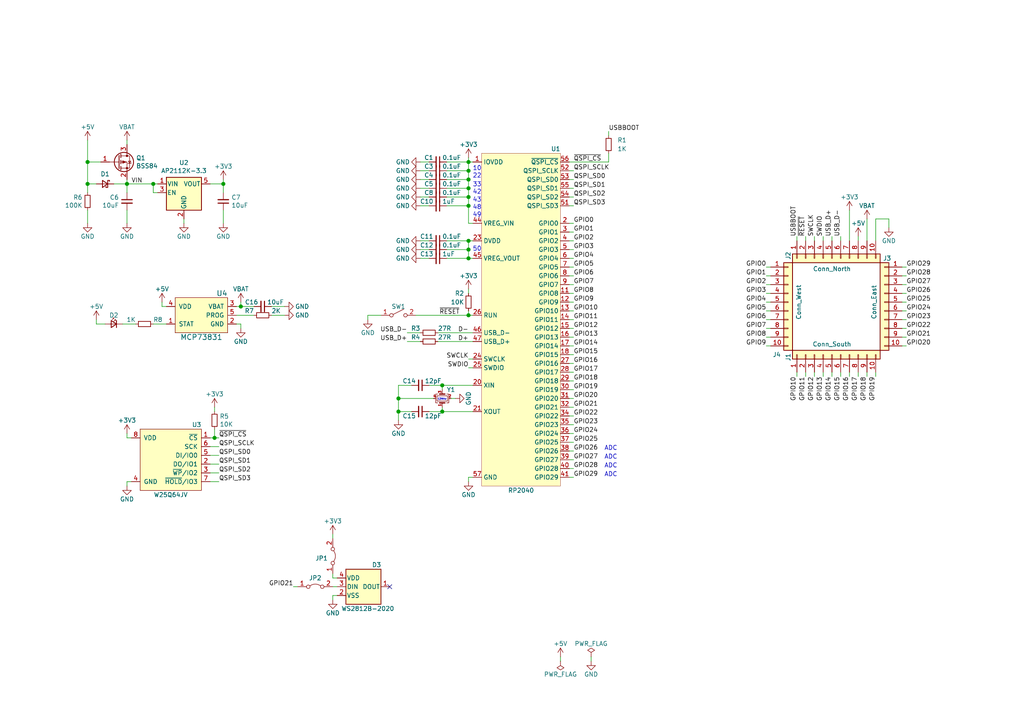
<source format=kicad_sch>
(kicad_sch (version 20230121) (generator eeschema)
  (paper "A4")
  (lib_symbols
    (symbol "Battery_Management_Extra:MCP73831" (pin_names (offset 1.016))
      (property "Reference" "U" (at 6.35 6.35 0))
      (property "Value" "MCP73831" (at 0 -6.35 0))
      (symbol "MCP73831_0_1"
        (rectangle (start -7.62 5.08) (end 7.62 -5.08) (fill (type background)))
      )
      (symbol "MCP73831_1_1"
        (pin output line (at -10.16 -2.54 0) (length 2.54) (name "STAT") (number "1"))
        (pin power_in line (at 10.16 -2.54 180) (length 2.54) (name "GND") (number "2"))
        (pin power_out line (at 10.16 2.54 180) (length 2.54) (name "VBAT") (number "3"))
        (pin power_in line (at -10.16 2.54 0) (length 2.54) (name "VDD") (number "4"))
        (pin input line (at 10.16 0 180) (length 2.54) (name "PROG") (number "5"))
      )
    )
    (symbol "Connector_Generic:Conn_01x10" (pin_names (offset 1.016) hide)
      (property "Reference" "J" (at 0 12.7 0))
      (property "Value" "Conn_01x10" (at 0 -15.24 0))
      (symbol "Conn_01x10_1_1"
        (rectangle (start -1.27 -12.573) (end 0 -12.827) (stroke (width 0.1524)))
        (rectangle (start -1.27 -10.033) (end 0 -10.287) (stroke (width 0.1524)))
        (rectangle (start -1.27 -7.493) (end 0 -7.747) (stroke (width 0.1524)))
        (rectangle (start -1.27 -4.953) (end 0 -5.207) (stroke (width 0.1524)))
        (rectangle (start -1.27 -2.413) (end 0 -2.667) (stroke (width 0.1524)))
        (rectangle (start -1.27 0.127) (end 0 -0.127) (stroke (width 0.1524)))
        (rectangle (start -1.27 2.667) (end 0 2.413) (stroke (width 0.1524)))
        (rectangle (start -1.27 5.207) (end 0 4.953) (stroke (width 0.1524)))
        (rectangle (start -1.27 7.747) (end 0 7.493) (stroke (width 0.1524)))
        (rectangle (start -1.27 10.287) (end 0 10.033) (stroke (width 0.1524)))
        (rectangle (start -1.27 11.43) (end 1.27 -13.97) (stroke (width 0.254)) (fill (type background)))
        (pin passive line (at -5.08 10.16 0) (length 3.81) (name "Pin_1") (number "1"))
        (pin passive line (at -5.08 -12.7 0) (length 3.81) (name "Pin_10") (number "10"))
        (pin passive line (at -5.08 7.62 0) (length 3.81) (name "Pin_2") (number "2"))
        (pin passive line (at -5.08 5.08 0) (length 3.81) (name "Pin_3") (number "3"))
        (pin passive line (at -5.08 2.54 0) (length 3.81) (name "Pin_4") (number "4"))
        (pin passive line (at -5.08 0 0) (length 3.81) (name "Pin_5") (number "5"))
        (pin passive line (at -5.08 -2.54 0) (length 3.81) (name "Pin_6") (number "6"))
        (pin passive line (at -5.08 -5.08 0) (length 3.81) (name "Pin_7") (number "7"))
        (pin passive line (at -5.08 -7.62 0) (length 3.81) (name "Pin_8") (number "8"))
        (pin passive line (at -5.08 -10.16 0) (length 3.81) (name "Pin_9") (number "9"))
      )
    )
    (symbol "Device:C_Small" (pin_numbers hide) (pin_names (offset 0.254) hide)
      (property "Reference" "C" (at 0.254 1.778 0))
      (property "Value" "C_Small" (at 0.254 -2.032 0))
      (symbol "C_Small_0_1"
        (polyline (pts (xy -1.524 -0.508) (xy 1.524 -0.508)) (stroke (width 0.3302)))
        (polyline (pts (xy -1.524 0.508) (xy 1.524 0.508)) (stroke (width 0.3048)))
      )
      (symbol "C_Small_1_1"
        (pin passive line (at 0 2.54 270) (length 2.032) (name "~") (number "1"))
        (pin passive line (at 0 -2.54 90) (length 2.032) (name "~") (number "2"))
      )
    )
    (symbol "Device:Crystal_GND24_Small" (pin_names (offset 1.016) hide)
      (property "Reference" "Y" (at 1.27 4.445 0))
      (property "Value" "Crystal_GND24_Small" (at 1.27 2.54 0))
      (symbol "Crystal_GND24_Small_0_1"
        (rectangle (start -0.762 -1.524) (end 0.762 1.524))
        (polyline (pts (xy -1.27 -0.762) (xy -1.27 0.762)) (stroke (width 0.381)))
        (polyline (pts (xy 1.27 -0.762) (xy 1.27 0.762)) (stroke (width 0.381)))
        (polyline (pts (xy -1.27 -1.27) (xy -1.27 -1.905) (xy 1.27 -1.905) (xy 1.27 -1.27)))
        (polyline (pts (xy -1.27 1.27) (xy -1.27 1.905) (xy 1.27 1.905) (xy 1.27 1.27)))
      )
      (symbol "Crystal_GND24_Small_1_1"
        (pin passive line (at -2.54 0 0) (length 1.27) (name "1") (number "1"))
        (pin passive line (at 0 -2.54 90) (length 0.635) (name "2") (number "2"))
        (pin passive line (at 2.54 0 180) (length 1.27) (name "3") (number "3"))
        (pin passive line (at 0 2.54 270) (length 0.635) (name "4") (number "4"))
      )
    )
    (symbol "Device:D_Schottky_Small" (pin_numbers hide) (pin_names (offset 0.254) hide)
      (property "Reference" "D" (at -1.27 2.032 0))
      (property "Value" "D_Schottky_Small" (at -7.112 -2.032 0))
      (symbol "D_Schottky_Small_0_1"
        (polyline (pts (xy -0.762 0) (xy 0.762 0)))
        (polyline (pts (xy 0.762 -1.016) (xy -0.762 0) (xy 0.762 1.016) (xy 0.762 -1.016)) (stroke (width 0.254)))
        (polyline (pts (xy -1.27 0.762) (xy -1.27 1.016) (xy -0.762 1.016) (xy -0.762 -1.016) (xy -0.254 -1.016) (xy -0.254 -0.762)) (stroke (width 0.254)))
      )
      (symbol "D_Schottky_Small_1_1"
        (pin passive line (at -2.54 0 0) (length 1.778) (name "K") (number "1"))
        (pin passive line (at 2.54 0 180) (length 1.778) (name "A") (number "2"))
      )
    )
    (symbol "Device:LED_Small" (pin_numbers hide) (pin_names (offset 0.254) hide)
      (property "Reference" "D" (at -1.27 3.175 0))
      (property "Value" "LED_Small" (at -4.445 -2.54 0))
      (symbol "LED_Small_0_1"
        (polyline (pts (xy -0.762 -1.016) (xy -0.762 1.016)) (stroke (width 0.254)))
        (polyline (pts (xy 1.016 0) (xy -0.762 0)))
        (polyline (pts (xy 0.762 -1.016) (xy -0.762 0) (xy 0.762 1.016) (xy 0.762 -1.016)) (stroke (width 0.254)))
        (polyline (pts (xy 0 0.762) (xy -0.508 1.27) (xy -0.254 1.27) (xy -0.508 1.27) (xy -0.508 1.016)))
        (polyline (pts (xy 0.508 1.27) (xy 0 1.778) (xy 0.254 1.778) (xy 0 1.778) (xy 0 1.524)))
      )
      (symbol "LED_Small_1_1"
        (pin passive line (at -2.54 0 0) (length 1.778) (name "K") (number "1"))
        (pin passive line (at 2.54 0 180) (length 1.778) (name "A") (number "2"))
      )
    )
    (symbol "Device:R_Small" (pin_numbers hide) (pin_names (offset 0.254) hide)
      (property "Reference" "R" (at 0.762 0.508 0))
      (property "Value" "R_Small" (at 0.762 -1.016 0))
      (symbol "R_Small_0_1"
        (rectangle (start -0.762 1.778) (end 0.762 -1.778) (stroke (width 0.2032)))
      )
      (symbol "R_Small_1_1"
        (pin passive line (at 0 2.54 270) (length 0.762) (name "~") (number "1"))
        (pin passive line (at 0 -2.54 90) (length 0.762) (name "~") (number "2"))
      )
    )
    (symbol "Jumper:Jumper_2_Bridged" (pin_names (offset 0) hide)
      (property "Reference" "JP" (at 0 1.905 0))
      (property "Value" "Jumper_2_Bridged" (at 0 -2.54 0))
      (symbol "Jumper_2_Bridged_0_0"
        (circle (center -2.032 0) (radius 0.508))
        (circle (center 2.032 0) (radius 0.508))
      )
      (symbol "Jumper_2_Bridged_0_1"
        (arc (start 1.524 0.254) (mid 0 0.762) (end -1.524 0.254))
      )
      (symbol "Jumper_2_Bridged_1_1"
        (pin passive line (at -5.08 0 0) (length 2.54) (name "A") (number "1"))
        (pin passive line (at 5.08 0 180) (length 2.54) (name "B") (number "2"))
      )
    )
    (symbol "LED_Extra:WS2812B-2020" (pin_names (offset 0.254))
      (property "Reference" "D" (at 5.08 5.715 0))
      (property "Value" "WS2812B-2020" (at 1.27 -5.715 0))
      (symbol "WS2812B-2020_0_1"
        (rectangle (start -5.08 5.08) (end 5.08 -5.08) (stroke (width 0.254)) (fill (type background)))
      )
      (symbol "WS2812B-2020_1_1"
        (pin output line (at 7.62 0 180) (length 2.54) (name "DOUT") (number "1"))
        (pin power_in line (at -7.62 -2.54 0) (length 2.54) (name "VSS") (number "2"))
        (pin input line (at -7.62 0 0) (length 2.54) (name "DIN") (number "3"))
        (pin power_in line (at -7.62 2.54 0) (length 2.54) (name "VDD") (number "4"))
      )
    )
    (symbol "MCU_RaspberryPi:RP2040"
      (property "Reference" "U" (at 11.43 1.27 0))
      (property "Value" "RP2040" (at 0 -97.79 0))
      (symbol "RP2040_0_0"
        (pin power_in line (at -13.97 -2.54 0) (length 2.54) (name "IOVDD") (number "1"))
        (pin passive line (at -13.97 -2.54 0) (length 2.54) hide (name "IOVDD") (number "10"))
        (pin bidirectional line (at 13.97 -40.64 180) (length 2.54) (name "GPIO8") (number "11"))
        (pin bidirectional line (at 13.97 -20.32 180) (length 2.54) (name "GPIO0") (number "2"))
        (pin bidirectional line (at 13.97 -22.86 180) (length 2.54) (name "GPIO1") (number "3"))
        (pin bidirectional line (at 13.97 -25.4 180) (length 2.54) (name "GPIO2") (number "4"))
        (pin bidirectional line (at 13.97 -27.94 180) (length 2.54) (name "GPIO3") (number "5"))
        (pin bidirectional line (at 13.97 -30.48 180) (length 2.54) (name "GPIO4") (number "6"))
        (pin bidirectional line (at 13.97 -33.02 180) (length 2.54) (name "GPIO5") (number "7"))
        (pin bidirectional line (at 13.97 -35.56 180) (length 2.54) (name "GPIO6") (number "8"))
        (pin bidirectional line (at 13.97 -38.1 180) (length 2.54) (name "GPIO7") (number "9"))
      )
      (symbol "RP2040_0_1"
        (rectangle (start -11.43 0) (end 11.43 -96.52) (stroke (width 0.001)) (fill (type background)))
      )
      (symbol "RP2040_1_1"
        (pin bidirectional line (at 13.97 -43.18 180) (length 2.54) (name "GPIO9") (number "12"))
        (pin bidirectional line (at 13.97 -45.72 180) (length 2.54) (name "GPIO10") (number "13"))
        (pin bidirectional line (at 13.97 -48.26 180) (length 2.54) (name "GPIO11") (number "14"))
        (pin bidirectional line (at 13.97 -50.8 180) (length 2.54) (name "GPIO12") (number "15"))
        (pin bidirectional line (at 13.97 -53.34 180) (length 2.54) (name "GPIO13") (number "16"))
        (pin bidirectional line (at 13.97 -55.88 180) (length 2.54) (name "GPIO14") (number "17"))
        (pin bidirectional line (at 13.97 -58.42 180) (length 2.54) (name "GPIO15") (number "18"))
        (pin passive line (at -13.97 -93.98 0) (length 2.54) hide (name "TESTEN") (number "19"))
        (pin input line (at -13.97 -67.31 0) (length 2.54) (name "XIN") (number "20"))
        (pin output line (at -13.97 -74.93 0) (length 2.54) (name "XOUT") (number "21"))
        (pin passive line (at -13.97 -2.54 0) (length 2.54) hide (name "IOVDD") (number "22"))
        (pin power_in line (at -13.97 -25.4 0) (length 2.54) (name "DVDD") (number "23"))
        (pin input line (at -13.97 -59.69 0) (length 2.54) (name "SWCLK") (number "24"))
        (pin bidirectional line (at -13.97 -62.23 0) (length 2.54) (name "SWDIO") (number "25"))
        (pin input line (at -13.97 -46.99 0) (length 2.54) (name "RUN") (number "26"))
        (pin bidirectional line (at 13.97 -60.96 180) (length 2.54) (name "GPIO16") (number "27"))
        (pin bidirectional line (at 13.97 -63.5 180) (length 2.54) (name "GPIO17") (number "28"))
        (pin bidirectional line (at 13.97 -66.04 180) (length 2.54) (name "GPIO18") (number "29"))
        (pin bidirectional line (at 13.97 -68.58 180) (length 2.54) (name "GPIO19") (number "30"))
        (pin bidirectional line (at 13.97 -71.12 180) (length 2.54) (name "GPIO20") (number "31"))
        (pin bidirectional line (at 13.97 -73.66 180) (length 2.54) (name "GPIO21") (number "32"))
        (pin passive line (at -13.97 -2.54 0) (length 2.54) hide (name "IOVDD") (number "33"))
        (pin bidirectional line (at 13.97 -76.2 180) (length 2.54) (name "GPIO22") (number "34"))
        (pin bidirectional line (at 13.97 -78.74 180) (length 2.54) (name "GPIO23") (number "35"))
        (pin bidirectional line (at 13.97 -81.28 180) (length 2.54) (name "GPIO24") (number "36"))
        (pin bidirectional line (at 13.97 -83.82 180) (length 2.54) (name "GPIO25") (number "37"))
        (pin bidirectional line (at 13.97 -86.36 180) (length 2.54) (name "GPIO26") (number "38"))
        (pin bidirectional line (at 13.97 -88.9 180) (length 2.54) (name "GPIO27") (number "39"))
        (pin bidirectional line (at 13.97 -91.44 180) (length 2.54) (name "GPIO28") (number "40"))
        (pin bidirectional line (at 13.97 -93.98 180) (length 2.54) (name "GPIO29") (number "41"))
        (pin passive line (at -13.97 -2.54 0) (length 2.54) hide (name "IOVDD") (number "42"))
        (pin passive line (at -13.97 -2.54 0) (length 2.54) hide (name "ADC_AVDD") (number "43"))
        (pin power_in line (at -13.97 -20.32 0) (length 2.54) (name "VREG_VIN") (number "44"))
        (pin power_out line (at -13.97 -30.48 0) (length 2.54) (name "VREG_VOUT") (number "45"))
        (pin bidirectional line (at -13.97 -52.07 0) (length 2.54) (name "USB_D-") (number "46"))
        (pin bidirectional line (at -13.97 -54.61 0) (length 2.54) (name "USB_D+") (number "47"))
        (pin passive line (at -13.97 -2.54 0) (length 2.54) hide (name "USB_VDD") (number "48"))
        (pin passive line (at -13.97 -2.54 0) (length 2.54) hide (name "IOVDD") (number "49"))
        (pin passive line (at -13.97 -25.4 0) (length 2.54) hide (name "DVDD") (number "50"))
        (pin bidirectional line (at 13.97 -15.24 180) (length 2.54) (name "QSPI_SD3") (number "51"))
        (pin output line (at 13.97 -5.08 180) (length 2.54) (name "QSPI_SCLK") (number "52"))
        (pin bidirectional line (at 13.97 -7.62 180) (length 2.54) (name "QSPI_SD0") (number "53"))
        (pin bidirectional line (at 13.97 -12.7 180) (length 2.54) (name "QSPI_SD2") (number "54"))
        (pin bidirectional line (at 13.97 -10.16 180) (length 2.54) (name "QSPI_SD1") (number "55"))
        (pin input line (at 13.97 -2.54 180) (length 2.54) (name "~{QSPI_CS}") (number "56"))
        (pin power_in line (at -13.97 -93.98 0) (length 2.54) (name "GND") (number "57"))
      )
    )
    (symbol "Memory_Flash_Extra:W25Q64JV" (pin_names (offset 1.016))
      (property "Reference" "U" (at 8.89 10.16 0))
      (property "Value" "W25Q64JV" (at 0 -10.16 0))
      (symbol "W25Q64JV_0_1"
        (rectangle (start -8.89 8.89) (end 8.89 -8.89) (fill (type background)))
      )
      (symbol "W25Q64JV_1_1"
        (pin input line (at 11.43 6.35 180) (length 2.54) (name "~{CS}") (number "1"))
        (pin bidirectional line (at 11.43 -1.27 180) (length 2.54) (name "DO/IO1") (number "2"))
        (pin bidirectional line (at 11.43 -3.81 180) (length 2.54) (name "~{WP}/IO2") (number "3"))
        (pin power_in line (at -11.43 -6.35 0) (length 2.54) (name "GND") (number "4"))
        (pin bidirectional line (at 11.43 1.27 180) (length 2.54) (name "DI/IO0") (number "5"))
        (pin input line (at 11.43 3.81 180) (length 2.54) (name "SCK") (number "6"))
        (pin bidirectional line (at 11.43 -6.35 180) (length 2.54) (name "~{HOLD}/IO3") (number "7"))
        (pin power_in line (at -11.43 6.35 0) (length 2.54) (name "VDD") (number "8"))
        (pin passive line (at -11.43 -6.35 0) (length 2.54) hide (name "GND") (number "9"))
      )
    )
    (symbol "Regulator_Linear:AP2112K-3.3" (pin_names (offset 0.254))
      (property "Reference" "U" (at -5.08 5.715 0))
      (property "Value" "AP2112K-3.3" (at 0 5.715 0))
      (symbol "AP2112K-3.3_0_1"
        (rectangle (start -5.08 4.445) (end 5.08 -5.08) (stroke (width 0.254)) (fill (type background)))
      )
      (symbol "AP2112K-3.3_1_1"
        (pin power_in line (at -7.62 2.54 0) (length 2.54) (name "VIN") (number "1"))
        (pin power_in line (at 0 -7.62 90) (length 2.54) (name "GND") (number "2"))
        (pin input line (at -7.62 0 0) (length 2.54) (name "EN") (number "3"))
        (pin no_connect line (at 5.08 0 180) (length 2.54) hide (name "NC") (number "4"))
        (pin power_out line (at 7.62 2.54 180) (length 2.54) (name "VOUT") (number "5"))
      )
    )
    (symbol "Switch:SW_SPST" (pin_names (offset 0) hide)
      (property "Reference" "SW" (at 0 3.175 0))
      (property "Value" "SW_SPST" (at 0 -2.54 0))
      (symbol "SW_SPST_0_0"
        (circle (center -2.032 0) (radius 0.508))
        (polyline (pts (xy -1.524 0.254) (xy 1.524 1.778)))
        (circle (center 2.032 0) (radius 0.508))
      )
      (symbol "SW_SPST_1_1"
        (pin passive line (at -5.08 0 0) (length 2.54) (name "A") (number "1"))
        (pin passive line (at 5.08 0 180) (length 2.54) (name "B") (number "2"))
      )
    )
    (symbol "Transistor_FET:BSS84" (pin_names hide)
      (property "Reference" "Q" (at 5.08 1.905 0))
      (property "Value" "BSS84" (at 5.08 0 0))
      (symbol "BSS84_0_1"
        (polyline (pts (xy 0.254 0) (xy -2.54 0)))
        (polyline (pts (xy 0.254 1.905) (xy 0.254 -1.905)) (stroke (width 0.254)))
        (polyline (pts (xy 0.762 -1.27) (xy 0.762 -2.286)) (stroke (width 0.254)))
        (polyline (pts (xy 0.762 0.508) (xy 0.762 -0.508)) (stroke (width 0.254)))
        (polyline (pts (xy 0.762 2.286) (xy 0.762 1.27)) (stroke (width 0.254)))
        (polyline (pts (xy 2.54 2.54) (xy 2.54 1.778)))
        (polyline (pts (xy 2.54 -2.54) (xy 2.54 0) (xy 0.762 0)))
        (polyline (pts (xy 0.762 1.778) (xy 3.302 1.778) (xy 3.302 -1.778) (xy 0.762 -1.778)))
        (polyline (pts (xy 2.286 0) (xy 1.27 0.381) (xy 1.27 -0.381) (xy 2.286 0)) (fill (type outline)))
        (polyline (pts (xy 2.794 -0.508) (xy 2.921 -0.381) (xy 3.683 -0.381) (xy 3.81 -0.254)))
        (polyline (pts (xy 3.302 -0.381) (xy 2.921 0.254) (xy 3.683 0.254) (xy 3.302 -0.381)))
        (circle (center 1.651 0) (radius 2.794) (stroke (width 0.254)))
        (circle (center 2.54 -1.778) (radius 0.254) (fill (type outline)))
        (circle (center 2.54 1.778) (radius 0.254) (fill (type outline)))
      )
      (symbol "BSS84_1_1"
        (pin input line (at -5.08 0 0) (length 2.54) (name "G") (number "1"))
        (pin passive line (at 2.54 -5.08 90) (length 2.54) (name "S") (number "2"))
        (pin passive line (at 2.54 5.08 270) (length 2.54) (name "D") (number "3"))
      )
    )
    (symbol "power:+3.3V" (power) (pin_names (offset 0))
      (property "Value" "+3.3V" (at 0 3.556 0))
      (symbol "+3.3V_0_1"
        (polyline (pts (xy -0.762 1.27) (xy 0 2.54)))
        (polyline (pts (xy 0 0) (xy 0 2.54)))
        (polyline (pts (xy 0 2.54) (xy 0.762 1.27)))
      )
      (symbol "+3.3V_1_1"
        (pin power_in line (at 0 0 90) (length 0) hide (name "+3V3") (number "1"))
      )
    )
    (symbol "power:+3V3" (power) (pin_names (offset 0))
      (property "Value" "+3V3" (at 0 3.556 0))
      (symbol "+3V3_0_1"
        (polyline (pts (xy -0.762 1.27) (xy 0 2.54)))
        (polyline (pts (xy 0 0) (xy 0 2.54)))
        (polyline (pts (xy 0 2.54) (xy 0.762 1.27)))
      )
      (symbol "+3V3_1_1"
        (pin power_in line (at 0 0 90) (length 0) hide (name "+3V3") (number "1"))
      )
    )
    (symbol "power:+5V" (power) (pin_names (offset 0))
      (property "Value" "+5V" (at 0 3.556 0))
      (symbol "+5V_0_1"
        (polyline (pts (xy -0.762 1.27) (xy 0 2.54)))
        (polyline (pts (xy 0 0) (xy 0 2.54)))
        (polyline (pts (xy 0 2.54) (xy 0.762 1.27)))
      )
      (symbol "+5V_1_1"
        (pin power_in line (at 0 0 90) (length 0) hide (name "+5V") (number "1"))
      )
    )
    (symbol "power:GND" (power) (pin_names (offset 0))
      (property "Value" "GND" (at 0 -3.81 0))
      (symbol "GND_0_1"
        (polyline (pts (xy 0 0) (xy 0 -1.27) (xy 1.27 -1.27) (xy 0 -2.54) (xy -1.27 -1.27) (xy 0 -1.27)))
      )
      (symbol "GND_1_1"
        (pin power_in line (at 0 0 270) (length 0) hide (name "GND") (number "1"))
      )
    )
    (symbol "power:PWR_FLAG" (power) (pin_numbers hide) (pin_names (offset 0) hide)
      (property "Value" "PWR_FLAG" (at 0 3.81 0))
      (symbol "PWR_FLAG_0_0"
        (pin power_out line (at 0 0 90) (length 0) (name "pwr") (number "1"))
      )
      (symbol "PWR_FLAG_0_1"
        (polyline (pts (xy 0 0) (xy 0 1.27) (xy -1.016 1.905) (xy 0 2.54) (xy 1.016 1.905) (xy 0 1.27)))
      )
    )
    (symbol "power_extra:VBAT" (power) (pin_names (offset 0))
      (property "Value" "VBAT" (at 0 3.556 0))
      (symbol "VBAT_0_1"
        (polyline (pts (xy -0.762 1.27) (xy 0 2.54)))
        (polyline (pts (xy 0 0) (xy 0 2.54)))
        (polyline (pts (xy 0 2.54) (xy 0.762 1.27)))
      )
      (symbol "VBAT_1_1"
        (pin power_in line (at 0 0 90) (length 0) hide (name "VBAT") (number "1"))
      )
    )
  )
  (junction (at 135.89 72.39) (diameter 1.016))
  (junction (at 128.27 119.38) (diameter 1.016))
  (junction (at 69.85 88.9) (diameter 1.016))
  (junction (at 135.89 57.15) (diameter 1.016))
  (junction (at 36.83 53.34) (diameter 1.016))
  (junction (at 128.27 111.76) (diameter 1.016))
  (junction (at 44.45 53.34) (diameter 1.016))
  (junction (at 62.23 127) (diameter 1.016))
  (junction (at 135.89 52.07) (diameter 1.016))
  (junction (at 135.89 54.61) (diameter 1.016))
  (junction (at 25.4 53.34) (diameter 1.016))
  (junction (at 135.89 49.53) (diameter 1.016))
  (junction (at 135.89 69.85) (diameter 1.016))
  (junction (at 115.57 119.38) (diameter 1.016))
  (junction (at 135.89 59.69) (diameter 1.016))
  (junction (at 25.4 46.99) (diameter 1.016))
  (junction (at 135.89 46.99) (diameter 1.016))
  (junction (at 135.89 74.93) (diameter 1.016))
  (junction (at 64.77 53.34) (diameter 1.016))
  (junction (at 135.89 91.44) (diameter 1.016))
  (junction (at 115.57 115.57) (diameter 1.016))
  (no_connect (at 113.03 170.18))
  (wire (pts (xy 48.26 93.98) (xy 44.45 93.98)))
  (wire (pts (xy 128.27 111.76) (xy 137.16 111.76)))
  (wire (pts (xy 36.83 53.34) (xy 36.83 55.88)))
  (wire (pts (xy 223.52 100.33) (xy 222.25 100.33)))
  (wire (pts (xy 165.1 105.41) (xy 166.37 105.41)))
  (wire (pts (xy 129.54 54.61) (xy 135.89 54.61)))
  (wire (pts (xy 223.52 92.71) (xy 222.25 92.71)))
  (wire (pts (xy 36.83 53.34) (xy 36.83 52.07)))
  (wire (pts (xy 223.52 82.55) (xy 222.25 82.55)))
  (wire (pts (xy 121.92 57.15) (xy 124.46 57.15)))
  (wire (pts (xy 53.34 63.5) (xy 53.34 64.77)))
  (wire (pts (xy 36.83 53.34) (xy 33.02 53.34)))
  (wire (pts (xy 124.46 119.38) (xy 128.27 119.38)))
  (wire (pts (xy 137.16 64.77) (xy 135.89 64.77)))
  (wire (pts (xy 129.54 57.15) (xy 135.89 57.15)))
  (wire (pts (xy 165.1 85.09) (xy 166.37 85.09)))
  (wire (pts (xy 231.14 107.95) (xy 231.14 109.22)))
  (wire (pts (xy 44.45 55.88) (xy 44.45 53.34)))
  (wire (pts (xy 165.1 72.39) (xy 166.37 72.39)))
  (wire (pts (xy 166.37 102.87) (xy 165.1 102.87)))
  (wire (pts (xy 165.1 92.71) (xy 166.37 92.71)))
  (wire (pts (xy 261.62 80.01) (xy 262.89 80.01)))
  (wire (pts (xy 165.1 64.77) (xy 166.37 64.77)))
  (wire (pts (xy 171.45 190.5) (xy 171.45 191.77)))
  (wire (pts (xy 236.22 107.95) (xy 236.22 109.22)))
  (wire (pts (xy 38.1 139.7) (xy 36.83 139.7)))
  (wire (pts (xy 135.89 54.61) (xy 135.89 57.15)))
  (wire (pts (xy 129.54 52.07) (xy 135.89 52.07)))
  (wire (pts (xy 78.74 91.44) (xy 82.55 91.44)))
  (wire (pts (xy 128.27 119.38) (xy 137.16 119.38)))
  (wire (pts (xy 176.53 46.99) (xy 176.53 44.45)))
  (wire (pts (xy 96.52 170.18) (xy 97.79 170.18)))
  (wire (pts (xy 121.92 46.99) (xy 124.46 46.99)))
  (wire (pts (xy 135.89 138.43) (xy 135.89 139.7)))
  (wire (pts (xy 166.37 52.07) (xy 165.1 52.07)))
  (wire (pts (xy 115.57 115.57) (xy 115.57 119.38)))
  (wire (pts (xy 68.58 93.98) (xy 69.85 93.98)))
  (wire (pts (xy 251.46 107.95) (xy 251.46 109.22)))
  (wire (pts (xy 135.89 69.85) (xy 137.16 69.85)))
  (wire (pts (xy 223.52 90.17) (xy 222.25 90.17)))
  (wire (pts (xy 46.99 88.9) (xy 48.26 88.9)))
  (wire (pts (xy 60.96 137.16) (xy 63.5 137.16)))
  (wire (pts (xy 165.1 118.11) (xy 166.37 118.11)))
  (wire (pts (xy 39.37 93.98) (xy 35.56 93.98)))
  (wire (pts (xy 36.83 60.96) (xy 36.83 64.77)))
  (wire (pts (xy 165.1 107.95) (xy 166.37 107.95)))
  (wire (pts (xy 118.11 96.52) (xy 121.92 96.52)))
  (wire (pts (xy 241.3 107.95) (xy 241.3 109.22)))
  (wire (pts (xy 261.62 92.71) (xy 262.89 92.71)))
  (wire (pts (xy 121.92 72.39) (xy 124.46 72.39)))
  (wire (pts (xy 165.1 90.17) (xy 166.37 90.17)))
  (wire (pts (xy 165.1 133.35) (xy 166.37 133.35)))
  (wire (pts (xy 129.54 46.99) (xy 135.89 46.99)))
  (wire (pts (xy 261.62 87.63) (xy 262.89 87.63)))
  (wire (pts (xy 165.1 74.93) (xy 166.37 74.93)))
  (wire (pts (xy 233.68 69.85) (xy 233.68 68.58)))
  (wire (pts (xy 261.62 97.79) (xy 262.89 97.79)))
  (wire (pts (xy 121.92 69.85) (xy 124.46 69.85)))
  (wire (pts (xy 64.77 53.34) (xy 64.77 55.88)))
  (wire (pts (xy 118.11 99.06) (xy 121.92 99.06)))
  (wire (pts (xy 231.14 69.85) (xy 231.14 68.58)))
  (wire (pts (xy 135.89 104.14) (xy 137.16 104.14)))
  (wire (pts (xy 261.62 82.55) (xy 262.89 82.55)))
  (wire (pts (xy 165.1 82.55) (xy 166.37 82.55)))
  (wire (pts (xy 64.77 60.96) (xy 64.77 64.77)))
  (wire (pts (xy 261.62 90.17) (xy 262.89 90.17)))
  (wire (pts (xy 115.57 111.76) (xy 115.57 115.57)))
  (wire (pts (xy 60.96 127) (xy 62.23 127)))
  (wire (pts (xy 261.62 95.25) (xy 262.89 95.25)))
  (wire (pts (xy 60.96 139.7) (xy 63.5 139.7)))
  (wire (pts (xy 115.57 119.38) (xy 119.38 119.38)))
  (wire (pts (xy 223.52 80.01) (xy 222.25 80.01)))
  (wire (pts (xy 165.1 138.43) (xy 166.37 138.43)))
  (wire (pts (xy 121.92 52.07) (xy 124.46 52.07)))
  (wire (pts (xy 36.83 53.34) (xy 44.45 53.34)))
  (wire (pts (xy 165.1 67.31) (xy 166.37 67.31)))
  (wire (pts (xy 69.85 88.9) (xy 69.85 87.63)))
  (wire (pts (xy 261.62 100.33) (xy 262.89 100.33)))
  (wire (pts (xy 78.74 88.9) (xy 82.55 88.9)))
  (wire (pts (xy 129.54 49.53) (xy 135.89 49.53)))
  (wire (pts (xy 125.73 115.57) (xy 115.57 115.57)))
  (wire (pts (xy 127 99.06) (xy 137.16 99.06)))
  (wire (pts (xy 166.37 57.15) (xy 165.1 57.15)))
  (wire (pts (xy 60.96 129.54) (xy 63.5 129.54)))
  (wire (pts (xy 45.72 53.34) (xy 44.45 53.34)))
  (wire (pts (xy 162.56 190.5) (xy 162.56 191.77)))
  (wire (pts (xy 25.4 53.34) (xy 27.94 53.34)))
  (wire (pts (xy 165.1 97.79) (xy 166.37 97.79)))
  (wire (pts (xy 135.89 46.99) (xy 137.16 46.99)))
  (wire (pts (xy 63.5 127) (xy 62.23 127)))
  (wire (pts (xy 129.54 72.39) (xy 135.89 72.39)))
  (wire (pts (xy 135.89 74.93) (xy 137.16 74.93)))
  (wire (pts (xy 127 96.52) (xy 137.16 96.52)))
  (wire (pts (xy 137.16 138.43) (xy 135.89 138.43)))
  (wire (pts (xy 165.1 77.47) (xy 166.37 77.47)))
  (wire (pts (xy 73.66 91.44) (xy 68.58 91.44)))
  (wire (pts (xy 96.52 172.72) (xy 96.52 173.99)))
  (wire (pts (xy 97.79 172.72) (xy 96.52 172.72)))
  (wire (pts (xy 129.54 59.69) (xy 135.89 59.69)))
  (wire (pts (xy 25.4 46.99) (xy 29.21 46.99)))
  (wire (pts (xy 246.38 107.95) (xy 246.38 109.22)))
  (wire (pts (xy 135.89 106.68) (xy 137.16 106.68)))
  (wire (pts (xy 129.54 74.93) (xy 135.89 74.93)))
  (wire (pts (xy 121.92 49.53) (xy 124.46 49.53)))
  (wire (pts (xy 241.3 69.85) (xy 241.3 68.58)))
  (wire (pts (xy 238.76 107.95) (xy 238.76 109.22)))
  (wire (pts (xy 238.76 69.85) (xy 238.76 68.58)))
  (wire (pts (xy 62.23 127) (xy 62.23 124.46)))
  (wire (pts (xy 223.52 95.25) (xy 222.25 95.25)))
  (wire (pts (xy 165.1 80.01) (xy 166.37 80.01)))
  (wire (pts (xy 64.77 52.07) (xy 64.77 53.34)))
  (wire (pts (xy 261.62 77.47) (xy 262.89 77.47)))
  (wire (pts (xy 135.89 91.44) (xy 135.89 90.17)))
  (wire (pts (xy 261.62 85.09) (xy 262.89 85.09)))
  (wire (pts (xy 135.89 46.99) (xy 135.89 49.53)))
  (wire (pts (xy 135.89 49.53) (xy 135.89 52.07)))
  (wire (pts (xy 115.57 111.76) (xy 119.38 111.76)))
  (wire (pts (xy 165.1 120.65) (xy 166.37 120.65)))
  (wire (pts (xy 45.72 55.88) (xy 44.45 55.88)))
  (wire (pts (xy 223.52 77.47) (xy 222.25 77.47)))
  (wire (pts (xy 246.38 60.96) (xy 246.38 69.85)))
  (wire (pts (xy 60.96 53.34) (xy 64.77 53.34)))
  (wire (pts (xy 165.1 100.33) (xy 166.37 100.33)))
  (wire (pts (xy 60.96 132.08) (xy 63.5 132.08)))
  (wire (pts (xy 121.92 59.69) (xy 124.46 59.69)))
  (wire (pts (xy 115.57 119.38) (xy 115.57 121.92)))
  (wire (pts (xy 254 69.85) (xy 254 63.5)))
  (wire (pts (xy 223.52 87.63) (xy 222.25 87.63)))
  (wire (pts (xy 121.92 54.61) (xy 124.46 54.61)))
  (wire (pts (xy 135.89 74.93) (xy 135.89 72.39)))
  (wire (pts (xy 25.4 40.64) (xy 25.4 46.99)))
  (wire (pts (xy 166.37 59.69) (xy 165.1 59.69)))
  (wire (pts (xy 165.1 46.99) (xy 176.53 46.99)))
  (wire (pts (xy 243.84 107.95) (xy 243.84 109.22)))
  (wire (pts (xy 36.83 41.91) (xy 36.83 40.64)))
  (wire (pts (xy 223.52 85.09) (xy 222.25 85.09)))
  (wire (pts (xy 248.92 107.95) (xy 248.92 109.22)))
  (wire (pts (xy 254 63.5) (xy 257.81 63.5)))
  (wire (pts (xy 257.81 63.5) (xy 257.81 66.04)))
  (wire (pts (xy 135.89 91.44) (xy 137.16 91.44)))
  (wire (pts (xy 46.99 87.63) (xy 46.99 88.9)))
  (wire (pts (xy 135.89 83.82) (xy 135.89 85.09)))
  (wire (pts (xy 135.89 72.39) (xy 135.89 69.85)))
  (wire (pts (xy 25.4 60.96) (xy 25.4 64.77)))
  (wire (pts (xy 254 107.95) (xy 254 109.22)))
  (wire (pts (xy 38.1 127) (xy 36.83 127)))
  (wire (pts (xy 25.4 46.99) (xy 25.4 53.34)))
  (wire (pts (xy 60.96 134.62) (xy 63.5 134.62)))
  (wire (pts (xy 36.83 139.7) (xy 36.83 140.97)))
  (wire (pts (xy 25.4 53.34) (xy 25.4 55.88)))
  (wire (pts (xy 248.92 68.58) (xy 248.92 69.85)))
  (wire (pts (xy 69.85 88.9) (xy 73.66 88.9)))
  (wire (pts (xy 129.54 69.85) (xy 135.89 69.85)))
  (wire (pts (xy 236.22 68.58) (xy 236.22 69.85)))
  (wire (pts (xy 165.1 115.57) (xy 166.37 115.57)))
  (wire (pts (xy 176.53 38.1) (xy 176.53 39.37)))
  (wire (pts (xy 62.23 118.11) (xy 62.23 119.38)))
  (wire (pts (xy 36.83 127) (xy 36.83 125.73)))
  (wire (pts (xy 27.94 93.98) (xy 27.94 92.71)))
  (wire (pts (xy 128.27 111.76) (xy 128.27 113.03)))
  (wire (pts (xy 165.1 130.81) (xy 166.37 130.81)))
  (wire (pts (xy 165.1 87.63) (xy 166.37 87.63)))
  (wire (pts (xy 135.89 45.72) (xy 135.89 46.99)))
  (wire (pts (xy 165.1 125.73) (xy 166.37 125.73)))
  (wire (pts (xy 165.1 135.89) (xy 166.37 135.89)))
  (wire (pts (xy 165.1 69.85) (xy 166.37 69.85)))
  (wire (pts (xy 165.1 110.49) (xy 166.37 110.49)))
  (wire (pts (xy 135.89 57.15) (xy 135.89 59.69)))
  (wire (pts (xy 135.89 59.69) (xy 135.89 64.77)))
  (wire (pts (xy 85.09 170.18) (xy 86.36 170.18)))
  (wire (pts (xy 124.46 111.76) (xy 128.27 111.76)))
  (wire (pts (xy 96.52 166.37) (xy 96.52 167.64)))
  (wire (pts (xy 97.79 167.64) (xy 96.52 167.64)))
  (wire (pts (xy 130.81 115.57) (xy 132.08 115.57)))
  (wire (pts (xy 69.85 93.98) (xy 69.85 95.25)))
  (wire (pts (xy 165.1 113.03) (xy 166.37 113.03)))
  (wire (pts (xy 251.46 63.5) (xy 251.46 69.85)))
  (wire (pts (xy 135.89 52.07) (xy 135.89 54.61)))
  (wire (pts (xy 128.27 118.11) (xy 128.27 119.38)))
  (wire (pts (xy 165.1 128.27) (xy 166.37 128.27)))
  (wire (pts (xy 233.68 107.95) (xy 233.68 109.22)))
  (wire (pts (xy 166.37 49.53) (xy 165.1 49.53)))
  (wire (pts (xy 27.94 93.98) (xy 30.48 93.98)))
  (wire (pts (xy 166.37 54.61) (xy 165.1 54.61)))
  (wire (pts (xy 120.65 91.44) (xy 135.89 91.44)))
  (wire (pts (xy 68.58 88.9) (xy 69.85 88.9)))
  (wire (pts (xy 223.52 97.79) (xy 222.25 97.79)))
  (wire (pts (xy 106.68 91.44) (xy 110.49 91.44)))
  (wire (pts (xy 106.68 92.71) (xy 106.68 91.44)))
  (wire (pts (xy 243.84 69.85) (xy 243.84 68.58)))
  (wire (pts (xy 165.1 123.19) (xy 166.37 123.19)))
  (wire (pts (xy 165.1 95.25) (xy 166.37 95.25)))
  (wire (pts (xy 121.92 74.93) (xy 124.46 74.93)))
  (wire (pts (xy 96.52 154.94) (xy 96.52 156.21)))
  (text "ADC" (at 175.26 130.81 0) (effects (font (size 1.27 1.27)) (justify left bottom)))
  (text "49" (at 139.7 63.119 0) (effects (font (size 1.27 1.27)) (justify right bottom)))
  (text "33" (at 139.7 54.356 0) (effects (font (size 1.27 1.27)) (justify right bottom)))
  (text "ADC" (at 175.26 133.35 0) (effects (font (size 1.27 1.27)) (justify left bottom)))
  (text "10" (at 139.7 49.657 0) (effects (font (size 1.27 1.27)) (justify right bottom)))
  (text "43" (at 139.7 58.801 0) (effects (font (size 1.27 1.27)) (justify right bottom)))
  (text "12MHz" (at 129.54 116.205 0) (effects (font (size 0.508 0.508)) (justify right bottom)))
  (text "ADC" (at 175.26 135.89 0) (effects (font (size 1.27 1.27)) (justify left bottom)))
  (text "48" (at 139.7 60.96 0) (effects (font (size 1.27 1.27)) (justify right bottom)))
  (text "22" (at 139.7 51.816 0) (effects (font (size 1.27 1.27)) (justify right bottom)))
  (text "ADC" (at 175.26 138.43 0) (effects (font (size 1.27 1.27)) (justify left bottom)))
  (text "50" (at 139.7 73.025 0) (effects (font (size 1.27 1.27)) (justify right bottom)))
  (text "42" (at 139.7 56.515 0) (effects (font (size 1.27 1.27)) (justify right bottom)))
  (label "QSPI_SCLK" (at 166.37 49.53 0))
  (label "GPIO15" (at 166.37 102.87 0))
  (label "GPIO18" (at 251.46 109.22 270))
  (label "GPIO2" (at 222.25 82.55 180))
  (label "GPIO8" (at 166.37 85.09 0))
  (label "GPIO0" (at 222.25 77.47 180))
  (label "USB_D+" (at 241.3 68.58 90))
  (label "GPIO13" (at 166.37 97.79 0))
  (label "QSPI_SD0" (at 166.37 52.07 0))
  (label "D-" (at 135.89 96.52 180))
  (label "GPIO29" (at 262.89 77.47 0))
  (label "GPIO14" (at 166.37 100.33 0))
  (label "QSPI_SD3" (at 63.5 139.7 0))
  (label "SWCLK" (at 236.22 68.58 90))
  (label "GPIO11" (at 233.68 109.22 270))
  (label "GPIO18" (at 166.37 110.49 0))
  (label "QSPI_SD2" (at 166.37 57.15 0))
  (label "GPIO25" (at 262.89 87.63 0))
  (label "GPIO4" (at 166.37 74.93 0))
  (label "GPIO4" (at 222.25 87.63 180))
  (label "GPIO14" (at 241.3 109.22 270))
  (label "GPIO21" (at 166.37 118.11 0))
  (label "QSPI_SD0" (at 63.5 132.08 0))
  (label "GPIO6" (at 222.25 92.71 180))
  (label "GPIO28" (at 262.89 80.01 0))
  (label "GPIO19" (at 166.37 113.03 0))
  (label "GPIO9" (at 222.25 100.33 180))
  (label "GPIO24" (at 262.89 90.17 0))
  (label "GPIO15" (at 243.84 109.22 270))
  (label "GPIO17" (at 166.37 107.95 0))
  (label "GPIO10" (at 231.14 109.22 270))
  (label "USB_D+" (at 118.11 99.06 180))
  (label "GPIO28" (at 166.37 135.89 0))
  (label "~{QSPI_CS}" (at 166.37 46.99 0))
  (label "QSPI_SD3" (at 166.37 59.69 0))
  (label "GPIO24" (at 166.37 125.73 0))
  (label "USBBOOT" (at 231.14 68.58 90))
  (label "SWDIO" (at 135.89 106.68 180))
  (label "USBBOOT" (at 176.53 38.1 0))
  (label "GPIO8" (at 222.25 97.79 180))
  (label "GPIO0" (at 166.37 64.77 0))
  (label "GPIO6" (at 166.37 80.01 0))
  (label "GPIO23" (at 166.37 123.19 0))
  (label "GPIO19" (at 254 109.22 270))
  (label "GPIO11" (at 166.37 92.71 0))
  (label "~{RESET}" (at 233.68 68.58 90))
  (label "GPIO21" (at 262.89 97.79 0))
  (label "GPIO2" (at 166.37 69.85 0))
  (label "GPIO16" (at 246.38 109.22 270))
  (label "GPIO27" (at 166.37 133.35 0))
  (label "GPIO22" (at 262.89 95.25 0))
  (label "GPIO1" (at 166.37 67.31 0))
  (label "GPIO26" (at 262.89 85.09 0))
  (label "GPIO29" (at 166.37 138.43 0))
  (label "GPIO26" (at 166.37 130.81 0))
  (label "GPIO12" (at 236.22 109.22 270))
  (label "VIN" (at 38.1 53.34 0))
  (label "GPIO12" (at 166.37 95.25 0))
  (label "~{QSPI_CS}" (at 63.5 127 0))
  (label "GPIO5" (at 166.37 77.47 0))
  (label "GPIO27" (at 262.89 82.55 0))
  (label "USB_D-" (at 118.11 96.52 180))
  (label "D+" (at 135.89 99.06 180))
  (label "GPIO16" (at 166.37 105.41 0))
  (label "USB_D-" (at 243.84 68.58 90))
  (label "GPIO25" (at 166.37 128.27 0))
  (label "SWCLK" (at 135.89 104.14 180))
  (label "GPIO5" (at 222.25 90.17 180))
  (label "~{RESET}" (at 133.35 91.44 180))
  (label "GPIO3" (at 222.25 85.09 180))
  (label "GPIO10" (at 166.37 90.17 0))
  (label "GPIO1" (at 222.25 80.01 180))
  (label "QSPI_SD2" (at 63.5 137.16 0))
  (label "QSPI_SD1" (at 166.37 54.61 0))
  (label "GPIO7" (at 166.37 82.55 0))
  (label "GPIO7" (at 222.25 95.25 180))
  (label "GPIO22" (at 166.37 120.65 0))
  (label "GPIO20" (at 166.37 115.57 0))
  (label "SWDIO" (at 238.76 68.58 90))
  (label "GPIO3" (at 166.37 72.39 0))
  (label "GPIO21" (at 85.09 170.18 180))
  (label "QSPI_SCLK" (at 63.5 129.54 0))
  (label "GPIO9" (at 166.37 87.63 0))
  (label "QSPI_SD1" (at 63.5 134.62 0))
  (label "GPIO23" (at 262.89 92.71 0))
  (label "GPIO20" (at 262.89 100.33 0))
  (label "GPIO17" (at 248.92 109.22 270))
  (label "GPIO13" (at 238.76 109.22 270))
  (symbol (lib_id "Jumper:Jumper_2_Bridged") (at 91.44 170.18 0) (unit 1)
    (property "Reference" "JP2" (at 91.44 167.64 0))
    (property "Value" "Jumper_Neopixel" (effects hide))
    (property "Footprint" "Jumper:SolderJumper-2_P1.3mm_Bridged_RoundedPad1.0x1.5mm" (effects hide))
  )
  (symbol (lib_id "power:GND") (at 132.08 115.57 90) (unit 1)
    (property "Reference" "#PWR0103" (effects hide))
    (property "Value" "GND" (at 135.89 115.57 0))
  )
  (symbol (lib_id "Device:R_Small") (at 41.91 93.98 90) (mirror x) (unit 1)
    (property "Reference" "R8" (at 44.45 92.71 90) (effects (justify right)))
    (property "Value" "1K" (at 39.37 92.71 90) (effects (justify left)))
    (property "Footprint" "Resistor_SMD:R_0603_1608Metric" (effects hide))
  )
  (symbol (lib_id "power:GND") (at 121.92 72.39 270) (unit 1)
    (property "Reference" "#PWR0111" (effects hide))
    (property "Value" "GND" (at 116.84 72.39 90))
  )
  (symbol (lib_id "power:+5V") (at 27.94 92.71 0) (unit 1)
    (property "Reference" "#PWR0134" (effects hide))
    (property "Value" "+5V" (at 27.94 88.9 0))
  )
  (symbol (lib_id "Device:C_Small") (at 127 46.99 270) (unit 1)
    (property "Reference" "C1" (at 125.73 45.72 90) (effects (justify right)))
    (property "Value" "0.1uF" (at 128.27 45.72 90) (effects (justify left)))
    (property "Footprint" "Capacitor_SMD:C_0603_1608Metric" (effects hide))
  )
  (symbol (lib_id "Device:C_Small") (at 121.92 111.76 270) (unit 1)
    (property "Reference" "C14" (at 120.65 110.49 90) (effects (justify right)))
    (property "Value" "12pF" (at 123.19 110.49 90) (effects (justify left)))
    (property "Footprint" "Capacitor_SMD:C_0603_1608Metric" (effects hide))
  )
  (symbol (lib_id "power:+3.3V") (at 96.52 154.94 0) (mirror y) (unit 1)
    (property "Reference" "#PWR0137" (effects hide))
    (property "Value" "+3.3V" (at 96.52 151.13 0))
  )
  (symbol (lib_id "Device:C_Small") (at 36.83 58.42 0) (unit 1)
    (property "Reference" "C6" (at 34.5186 57.2516 0) (effects (justify right)))
    (property "Value" "10uF" (at 34.5186 59.563 0) (effects (justify right)))
    (property "Footprint" "Capacitor_SMD:C_0603_1608Metric" (effects hide))
  )
  (symbol (lib_id "Device:D_Schottky_Small") (at 30.48 53.34 0) (mirror y) (unit 1)
    (property "Reference" "D1" (at 30.48 50.4698 0))
    (property "Value" "D_Schottky_Small" (effects hide))
    (property "Footprint" "Diode_SMD:D_SOD-323" (effects hide))
    (property "LCSC" "C114023" (effects hide))
  )
  (symbol (lib_id "Battery_Management_Extra:MCP73831") (at 58.42 91.44 0) (unit 1)
    (property "Reference" "U4" (at 66.04 85.09 0) (effects (font (size 1.524 1.524)) (justify right)))
    (property "Value" "MCP73831" (at 58.42 97.79 0) (effects (font (size 1.524 1.524))))
    (property "Footprint" "Package_TO_SOT_SMD:SOT-23-5" (effects hide))
    (property "Datasheet" "https://datasheet.lcsc.com/szlcsc/Microchip-Tech-MCP73831T-2ATI-OT_C14879.pdf" (effects hide))
    (property "LCSC" "C14879" (effects hide))
  )
  (symbol (lib_id "Device:R_Small") (at 124.46 96.52 270) (unit 1)
    (property "Reference" "R3" (at 121.92 95.25 90) (effects (justify right)))
    (property "Value" "27R" (at 127 95.25 90) (effects (justify left)))
    (property "Footprint" "Resistor_SMD:R_0603_1608Metric" (effects hide))
  )
  (symbol (lib_id "power:+3.3V") (at 64.77 52.07 0) (unit 1)
    (property "Reference" "#PWR0123" (effects hide))
    (property "Value" "+3.3V" (at 64.77 48.26 0))
  )
  (symbol (lib_id "power:GND") (at 36.83 140.97 0) (mirror y) (unit 1)
    (property "Reference" "#PWR0121" (effects hide))
    (property "Value" "GND" (at 36.83 144.78 0))
  )
  (symbol (lib_id "power:+3.3V") (at 135.89 45.72 0) (unit 1)
    (property "Reference" "#PWR0102" (effects hide))
    (property "Value" "+3.3V" (at 135.89 41.91 0))
  )
  (symbol (lib_id "power:GND") (at 82.55 91.44 90) (mirror x) (unit 1)
    (property "Reference" "#PWR0132" (effects hide))
    (property "Value" "GND" (at 87.63 91.44 90))
  )
  (symbol (lib_id "Device:C_Small") (at 127 49.53 270) (unit 1)
    (property "Reference" "C3" (at 125.73 48.26 90) (effects (justify right)))
    (property "Value" "0.1uF" (at 128.27 48.26 90) (effects (justify left)))
    (property "Footprint" "Capacitor_SMD:C_0603_1608Metric" (effects hide))
  )
  (symbol (lib_id "power:GND") (at 121.92 69.85 270) (unit 1)
    (property "Reference" "#PWR0110" (effects hide))
    (property "Value" "GND" (at 116.84 69.85 90))
  )
  (symbol (lib_id "Connector_Generic:Conn_01x10") (at 228.6 87.63 0) (unit 1)
    (property "Reference" "J4" (at 225.298 102.87 0))
    (property "Value" "Conn_West" (at 231.648 87.63 90))
    (property "Footprint" "RP2040_stamp:Castellated_1x10_P2.00mm_Vertical" (effects hide))
  )
  (symbol (lib_id "power:+3.3V") (at 246.38 60.96 0) (unit 1)
    (property "Reference" "#PWR0106" (effects hide))
    (property "Value" "+3.3V" (at 246.38 57.15 0))
  )
  (symbol (lib_id "Device:R_Small") (at 62.23 121.92 180) (unit 1)
    (property "Reference" "R5" (at 63.7032 120.7516 0) (effects (justify right)))
    (property "Value" "10K" (at 63.7032 123.063 0) (effects (justify right)))
    (property "Footprint" "Resistor_SMD:R_0603_1608Metric" (effects hide))
  )
  (symbol (lib_id "Device:C_Small") (at 127 57.15 270) (unit 1)
    (property "Reference" "C8" (at 125.73 55.88 90) (effects (justify right)))
    (property "Value" "0.1uF" (at 128.27 55.88 90) (effects (justify left)))
    (property "Footprint" "Capacitor_SMD:C_0603_1608Metric" (effects hide))
  )
  (symbol (lib_id "power:GND") (at 121.92 46.99 270) (unit 1)
    (property "Reference" "#PWR0112" (effects hide))
    (property "Value" "GND" (at 116.84 46.99 90))
  )
  (symbol (lib_id "power:GND") (at 106.68 92.71 0) (mirror y) (unit 1)
    (property "Reference" "#PWR0113" (effects hide))
    (property "Value" "GND" (at 106.68 96.52 0))
  )
  (symbol (lib_id "power:+5V") (at 162.56 190.5 0) (unit 1)
    (property "Reference" "#PWR0139" (effects hide))
    (property "Value" "+5V" (at 162.56 186.69 0))
  )
  (symbol (lib_id "power:GND") (at 121.92 57.15 270) (unit 1)
    (property "Reference" "#PWR0117" (effects hide))
    (property "Value" "GND" (at 116.84 57.15 90))
  )
  (symbol (lib_id "power:GND") (at 69.85 95.25 0) (mirror y) (unit 1)
    (property "Reference" "#PWR0130" (effects hide))
    (property "Value" "GND" (at 69.85 99.06 0))
  )
  (symbol (lib_id "power:GND") (at 53.34 64.77 0) (unit 1)
    (property "Reference" "#PWR0125" (effects hide))
    (property "Value" "GND" (at 53.34 68.58 0))
  )
  (symbol (lib_id "MCU_RaspberryPi:RP2040") (at 151.13 44.45 0) (unit 1)
    (property "Reference" "U1" (at 162.56 43.18 0) (effects (justify right)))
    (property "Value" "RP2040" (at 151.13 142.24 0))
    (property "Footprint" "Package_DFN_QFN_Extra:QFN-56_EP_7x7_Pitch0.4mm" (effects hide))
    (property "Datasheet" "https://datasheets.raspberrypi.org/rp2040/rp2040_datasheet.pdf" (effects hide))
  )
  (symbol (lib_id "Device:R_Small") (at 176.53 41.91 0) (unit 1)
    (property "Reference" "R1" (at 179.07 40.64 0) (effects (justify left)))
    (property "Value" "1K" (at 179.07 43.18 0) (effects (justify left)))
    (property "Footprint" "Resistor_SMD:R_0603_1608Metric" (effects hide))
  )
  (symbol (lib_id "Jumper:Jumper_2_Bridged") (at 96.52 161.29 270) (mirror x) (unit 1)
    (property "Reference" "JP1" (at 91.44 161.9249 90) (effects (justify left)))
    (property "Value" "Jumper_Neopixel_VDD" (effects hide))
    (property "Footprint" "Jumper:SolderJumper-2_P1.3mm_Bridged_RoundedPad1.0x1.5mm" (effects hide))
  )
  (symbol (lib_id "Transistor_FET:BSS84") (at 34.29 46.99 0) (unit 1)
    (property "Reference" "Q1" (at 39.4716 45.8216 0) (effects (justify left)))
    (property "Value" "BSS84" (at 39.4716 48.133 0) (effects (justify left)))
    (property "Footprint" "Package_TO_SOT_SMD:SOT-23" (effects hide))
    (property "Datasheet" "http://assets.nexperia.com/documents/data-sheet/BSS84.pdf" (effects hide))
    (property "LCSC" "C85202" (effects hide))
  )
  (symbol (lib_id "Device:C_Small") (at 127 59.69 270) (unit 1)
    (property "Reference" "C10" (at 125.73 58.42 90) (effects (justify right)))
    (property "Value" "1uF" (at 128.27 58.42 90) (effects (justify left)))
    (property "Footprint" "Capacitor_SMD:C_0603_1608Metric" (effects hide))
  )
  (symbol (lib_id "power:GND") (at 121.92 74.93 270) (unit 1)
    (property "Reference" "#PWR0108" (effects hide))
    (property "Value" "GND" (at 116.84 74.93 90))
  )
  (symbol (lib_id "Device:C_Small") (at 121.92 119.38 270) (mirror x) (unit 1)
    (property "Reference" "C15" (at 120.65 120.65 90) (effects (justify right)))
    (property "Value" "12pF" (at 123.19 120.65 90) (effects (justify left)))
    (property "Footprint" "Capacitor_SMD:C_0603_1608Metric" (effects hide))
  )
  (symbol (lib_id "power:GND") (at 25.4 64.77 0) (unit 1)
    (property "Reference" "#PWR0136" (effects hide))
    (property "Value" "GND" (at 25.4 68.58 0))
  )
  (symbol (lib_id "Connector_Generic:Conn_01x10") (at 241.3 74.93 90) (mirror x) (unit 1)
    (property "Reference" "J2" (at 228.6 74.168 0))
    (property "Value" "Conn_North" (at 241.3 77.978 90))
    (property "Footprint" "RP2040_stamp:Castellated_1x10_P2.00mm_Vertical" (effects hide))
  )
  (symbol (lib_id "Device:R_Small") (at 25.4 58.42 0) (mirror x) (unit 1)
    (property "Reference" "R6" (at 23.9268 57.2516 0) (effects (justify right)))
    (property "Value" "100K" (at 23.9268 59.563 0) (effects (justify right)))
    (property "Footprint" "Resistor_SMD:R_0603_1608Metric" (effects hide))
  )
  (symbol (lib_id "Device:LED_Small") (at 33.02 93.98 0) (mirror y) (unit 1)
    (property "Reference" "D2" (at 33.02 91.44 0))
    (property "Value" "LED_CHR" (effects hide))
    (property "Footprint" "LED_SMD:LED_0603_1608Metric" (effects hide))
  )
  (symbol (lib_id "Connector_Generic:Conn_01x10") (at 256.54 87.63 0) (mirror y) (unit 1)
    (property "Reference" "J3" (at 257.302 74.93 0))
    (property "Value" "Conn_East" (at 253.492 87.63 90))
    (property "Footprint" "RP2040_stamp:Castellated_1x10_P2.00mm_Vertical" (effects hide))
  )
  (symbol (lib_id "Device:R_Small") (at 124.46 99.06 270) (unit 1)
    (property "Reference" "R4" (at 121.92 97.79 90) (effects (justify right)))
    (property "Value" "27R" (at 127 97.79 90) (effects (justify left)))
    (property "Footprint" "Resistor_SMD:R_0603_1608Metric" (effects hide))
  )
  (symbol (lib_id "power:PWR_FLAG") (at 171.45 190.5 0) (unit 1)
    (property "Reference" "#FLG0101" (effects hide))
    (property "Value" "PWR_FLAG" (at 171.45 186.69 0))
  )
  (symbol (lib_id "power:GND") (at 96.52 173.99 0) (unit 1)
    (property "Reference" "#PWR0115" (effects hide))
    (property "Value" "GND" (at 96.52 177.8 0))
  )
  (symbol (lib_id "power:+3.3V") (at 36.83 125.73 0) (unit 1)
    (property "Reference" "#PWR0120" (effects hide))
    (property "Value" "+3.3V" (at 36.83 121.92 0))
  )
  (symbol (lib_id "Connector_Generic:Conn_01x10") (at 241.3 102.87 90) (unit 1)
    (property "Reference" "J1" (at 228.6 103.632 0))
    (property "Value" "Conn_South" (at 241.3 99.822 90))
    (property "Footprint" "RP2040_stamp:Castellated_1x10_P2.00mm_Vertical" (effects hide))
  )
  (symbol (lib_id "power:+5V") (at 248.92 68.58 0) (unit 1)
    (property "Reference" "#PWR0105" (effects hide))
    (property "Value" "+5V" (at 248.92 64.77 0))
  )
  (symbol (lib_id "power:GND") (at 121.92 52.07 270) (unit 1)
    (property "Reference" "#PWR0119" (effects hide))
    (property "Value" "GND" (at 116.84 52.07 90))
  )
  (symbol (lib_id "power:+5V") (at 46.99 87.63 0) (unit 1)
    (property "Reference" "#PWR0133" (effects hide))
    (property "Value" "+5V" (at 46.99 83.82 0))
  )
  (symbol (lib_id "Regulator_Linear:AP2112K-3.3") (at 53.34 55.88 0) (unit 1)
    (property "Reference" "U2" (at 53.34 47.1932 0))
    (property "Value" "AP2112K-3.3" (at 53.34 49.53 0))
    (property "Footprint" "Package_TO_SOT_SMD:SOT-23-5" (effects hide))
    (property "Datasheet" "https://www.diodes.com/assets/Datasheets/AP2112.pdf" (effects hide))
    (property "LCSC" "C51118" (effects hide))
    (property "Digikey" "AP2112K-3.3TRG1DICT-ND" (effects hide))
  )
  (symbol (lib_id "power:GND") (at 36.83 64.77 0) (unit 1)
    (property "Reference" "#PWR0126" (effects hide))
    (property "Value" "GND" (at 36.83 68.58 0))
  )
  (symbol (lib_id "power_extra:VBAT") (at 36.83 40.64 0) (unit 1)
    (property "Reference" "#PWR0135" (effects hide))
    (property "Value" "VBAT" (at 36.83 36.83 0))
  )
  (symbol (lib_id "Device:R_Small") (at 135.89 87.63 0) (mirror y) (unit 1)
    (property "Reference" "R2" (at 134.62 85.09 0) (effects (justify left)))
    (property "Value" "10K" (at 134.62 87.63 0) (effects (justify left)))
    (property "Footprint" "Resistor_SMD:R_0603_1608Metric" (effects hide))
  )
  (symbol (lib_id "Device:C_Small") (at 127 72.39 270) (unit 1)
    (property "Reference" "C12" (at 125.73 71.12 90) (effects (justify right)))
    (property "Value" "0.1uF" (at 128.27 71.12 90) (effects (justify left)))
    (property "Footprint" "Capacitor_SMD:C_0603_1608Metric" (effects hide))
  )
  (symbol (lib_id "Device:C_Small") (at 127 54.61 270) (unit 1)
    (property "Reference" "C5" (at 125.73 53.34 90) (effects (justify right)))
    (property "Value" "0.1uF" (at 128.27 53.34 90) (effects (justify left)))
    (property "Footprint" "Capacitor_SMD:C_0603_1608Metric" (effects hide))
  )
  (symbol (lib_id "power:GND") (at 121.92 54.61 270) (unit 1)
    (property "Reference" "#PWR0114" (effects hide))
    (property "Value" "GND" (at 116.84 54.61 90))
  )
  (symbol (lib_id "Memory_Flash_Extra:W25Q64JV") (at 49.53 133.35 0) (unit 1)
    (property "Reference" "U3" (at 58.42 123.19 0) (effects (justify right)))
    (property "Value" "W25Q64JV" (at 49.53 143.51 0))
    (property "Footprint" "Package_SON:WSON-8-1EP_6x5mm_P1.27mm_EP3.4x4mm" (effects hide))
  )
  (symbol (lib_id "Device:C_Small") (at 76.2 88.9 270) (unit 1)
    (property "Reference" "C16" (at 74.93 87.63 90) (effects (justify right)))
    (property "Value" "10uF" (at 77.47 87.63 90) (effects (justify left)))
    (property "Footprint" "Capacitor_SMD:C_0603_1608Metric" (effects hide))
  )
  (symbol (lib_id "power:PWR_FLAG") (at 162.56 191.77 180) (unit 1)
    (property "Reference" "#FLG0102" (effects hide))
    (property "Value" "PWR_FLAG" (at 162.56 195.58 0))
  )
  (symbol (lib_id "power:GND") (at 121.92 49.53 270) (unit 1)
    (property "Reference" "#PWR0116" (effects hide))
    (property "Value" "GND" (at 116.84 49.53 90))
  )
  (symbol (lib_id "power:GND") (at 257.81 66.04 0) (unit 1)
    (property "Reference" "#PWR0107" (effects hide))
    (property "Value" "GND" (at 257.81 69.85 0))
  )
  (symbol (lib_id "Device:C_Small") (at 64.77 58.42 180) (unit 1)
    (property "Reference" "C7" (at 67.1068 57.2516 0) (effects (justify right)))
    (property "Value" "10uF" (at 67.1068 59.563 0) (effects (justify right)))
    (property "Footprint" "Capacitor_SMD:C_0603_1608Metric" (effects hide))
  )
  (symbol (lib_id "Switch:SW_SPST") (at 115.57 91.44 0) (unit 1)
    (property "Reference" "SW1" (at 115.57 88.9 0))
    (property "Value" "SW_RESET" (effects hide))
    (property "Footprint" "Button_Switch_SMD:SW_SPST_B3U-1000P" (effects hide))
  )
  (symbol (lib_id "power:+5V") (at 25.4 40.64 0) (unit 1)
    (property "Reference" "#PWR0127" (effects hide))
    (property "Value" "+5V" (at 25.4 36.83 0))
  )
  (symbol (lib_id "Device:R_Small") (at 76.2 91.44 270) (unit 1)
    (property "Reference" "R7" (at 73.66 90.17 90) (effects (justify right)))
    (property "Value" "2K" (at 78.74 90.17 90) (effects (justify left)))
    (property "Footprint" "Resistor_SMD:R_0603_1608Metric" (effects hide))
  )
  (symbol (lib_id "power:GND") (at 115.57 121.92 0) (unit 1)
    (property "Reference" "#PWR0118" (effects hide))
    (property "Value" "GND" (at 115.57 125.73 0))
  )
  (symbol (lib_id "power:GND") (at 135.89 139.7 0) (unit 1)
    (property "Reference" "#PWR0104" (effects hide))
    (property "Value" "GND" (at 135.89 143.51 0))
  )
  (symbol (lib_id "Device:C_Small") (at 127 69.85 270) (unit 1)
    (property "Reference" "C11" (at 125.73 68.58 90) (effects (justify right)))
    (property "Value" "0.1uF" (at 128.27 68.58 90) (effects (justify left)))
    (property "Footprint" "Capacitor_SMD:C_0603_1608Metric" (effects hide))
  )
  (symbol (lib_id "power:GND") (at 64.77 64.77 0) (mirror y) (unit 1)
    (property "Reference" "#PWR0124" (effects hide))
    (property "Value" "GND" (at 64.77 68.58 0))
  )
  (symbol (lib_id "LED_Extra:WS2812B-2020") (at 105.41 170.18 0) (unit 1)
    (property "Reference" "D3" (at 109.22 163.83 0))
    (property "Value" "WS2812B-2020" (at 106.68 176.53 0))
    (property "Footprint" "LED_SMD_Extra:WS2812B-2020" (effects hide))
    (property "Datasheet" "https://www.tme.eu/Document/4a8239e52df5e0b5cc2eb96834c5d8b6/WS2812B-2020.pdf" (effects hide))
    (property "LCSC" "C965555" (effects hide))
  )
  (symbol (lib_id "power_extra:VBAT") (at 69.85 87.63 0) (unit 1)
    (property "Reference" "#PWR0129" (effects hide))
    (property "Value" "VBAT" (at 69.85 83.82 0))
  )
  (symbol (lib_id "power:+3.3V") (at 62.23 118.11 0) (mirror y) (unit 1)
    (property "Reference" "#PWR0122" (effects hide))
    (property "Value" "+3.3V" (at 62.23 114.3 0))
  )
  (symbol (lib_id "power:GND") (at 121.92 59.69 270) (unit 1)
    (property "Reference" "#PWR0109" (effects hide))
    (property "Value" "GND" (at 116.84 59.69 90))
  )
  (symbol (lib_id "Device:Crystal_GND24_Small") (at 128.27 115.57 90) (unit 1)
    (property "Reference" "Y1" (at 129.54 113.03 90) (effects (justify right)))
    (property "Value" "XYDBPCNANF-12MHZ" (effects hide))
    (property "Footprint" "Crystal:Crystal_SMD_2520-4Pin_2.5x2.0mm" (effects hide))
    (property "LCSC" "C521567" (effects hide))
  )
  (symbol (lib_id "power_extra:VBAT") (at 251.46 63.5 0) (unit 1)
    (property "Reference" "#PWR0128" (effects hide))
    (property "Value" "VBAT" (at 251.46 59.69 0))
  )
  (symbol (lib_id "Device:C_Small") (at 127 52.07 270) (unit 1)
    (property "Reference" "C4" (at 125.73 50.8 90) (effects (justify right)))
    (property "Value" "0.1uF" (at 128.27 50.8 90) (effects (justify left)))
    (property "Footprint" "Capacitor_SMD:C_0603_1608Metric" (effects hide))
  )
  (symbol (lib_id "Device:C_Small") (at 127 74.93 270) (unit 1)
    (property "Reference" "C13" (at 125.73 73.66 90) (effects (justify right)))
    (property "Value" "1uF" (at 128.27 73.66 90) (effects (justify left)))
    (property "Footprint" "Capacitor_SMD:C_0603_1608Metric" (effects hide))
  )
  (symbol (lib_id "power:+3V3") (at 135.89 83.82 0) (mirror y) (unit 1)
    (property "Reference" "#PWR0101" (effects hide))
    (property "Value" "+3V3" (at 135.89 80.01 0))
  )
  (symbol (lib_id "power:GND") (at 171.45 191.77 0) (mirror y) (unit 1)
    (property "Reference" "#PWR0138" (effects hide))
    (property "Value" "GND" (at 171.45 195.58 0))
  )
  (symbol (lib_id "power:GND") (at 82.55 88.9 90) (mirror x) (unit 1)
    (property "Reference" "#PWR0131" (effects hide))
    (property "Value" "GND" (at 87.63 88.9 90))
  )
)
</source>
